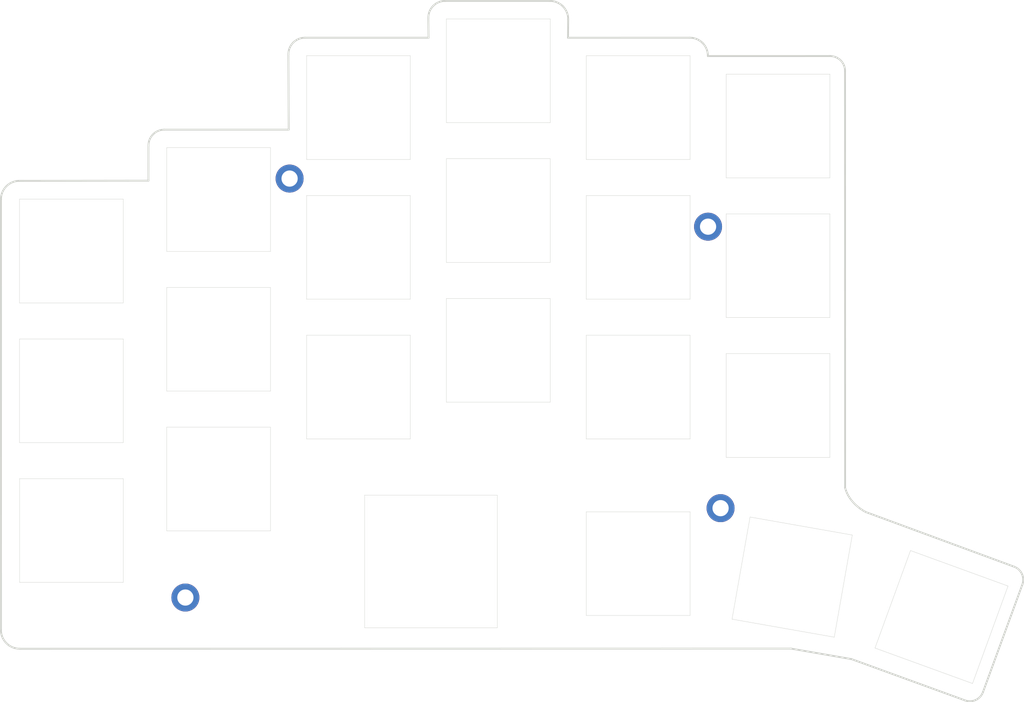
<source format=kicad_pcb>
(kicad_pcb (version 20171130) (host pcbnew "(5.1.10)-1")

  (general
    (thickness 1.6)
    (drawings 216)
    (tracks 0)
    (zones 0)
    (modules 4)
    (nets 1)
  )

  (page A4)
  (layers
    (0 F.Cu signal)
    (31 B.Cu signal)
    (32 B.Adhes user)
    (33 F.Adhes user)
    (34 B.Paste user)
    (35 F.Paste user)
    (36 B.SilkS user)
    (37 F.SilkS user)
    (38 B.Mask user)
    (39 F.Mask user)
    (40 Dwgs.User user)
    (41 Cmts.User user)
    (42 Eco1.User user)
    (43 Eco2.User user)
    (44 Edge.Cuts user)
    (45 Margin user)
    (46 B.CrtYd user)
    (47 F.CrtYd user)
    (48 B.Fab user)
    (49 F.Fab user)
  )

  (setup
    (last_trace_width 0.254)
    (trace_clearance 0.2)
    (zone_clearance 0.508)
    (zone_45_only no)
    (trace_min 0.2)
    (via_size 0.8)
    (via_drill 0.4)
    (via_min_size 0.4)
    (via_min_drill 0.3)
    (uvia_size 0.3)
    (uvia_drill 0.1)
    (uvias_allowed no)
    (uvia_min_size 0.2)
    (uvia_min_drill 0.1)
    (edge_width 0.05)
    (segment_width 0.2)
    (pcb_text_width 0.3)
    (pcb_text_size 1.5 1.5)
    (mod_edge_width 0.12)
    (mod_text_size 1 1)
    (mod_text_width 0.15)
    (pad_size 1.524 1.524)
    (pad_drill 0.762)
    (pad_to_mask_clearance 0)
    (aux_axis_origin 0 0)
    (grid_origin 145.852593 65.458404)
    (visible_elements 7FFFFFFF)
    (pcbplotparams
      (layerselection 0x010fc_ffffffff)
      (usegerberextensions false)
      (usegerberattributes true)
      (usegerberadvancedattributes true)
      (creategerberjobfile true)
      (excludeedgelayer true)
      (linewidth 0.100000)
      (plotframeref false)
      (viasonmask false)
      (mode 1)
      (useauxorigin false)
      (hpglpennumber 1)
      (hpglpenspeed 20)
      (hpglpendiameter 15.000000)
      (psnegative false)
      (psa4output false)
      (plotreference true)
      (plotvalue true)
      (plotinvisibletext false)
      (padsonsilk false)
      (subtractmaskfromsilk false)
      (outputformat 1)
      (mirror false)
      (drillshape 0)
      (scaleselection 1)
      (outputdirectory "gerbers/"))
  )

  (net 0 "")

  (net_class Default "This is the default net class."
    (clearance 0.2)
    (trace_width 0.254)
    (via_dia 0.8)
    (via_drill 0.4)
    (uvia_dia 0.3)
    (uvia_drill 0.1)
  )

  (net_class Power ""
    (clearance 0.2)
    (trace_width 0.381)
    (via_dia 0.8)
    (via_drill 0.4)
    (uvia_dia 0.3)
    (uvia_drill 0.1)
  )

  (module MountingHole:MountingHole_2.2mm_M2_DIN965_Pad (layer F.Cu) (tedit 56D1B4CB) (tstamp 61821F1C)
    (at 56.477588 112.136485)
    (descr "Mounting Hole 2.2mm, M2, DIN965")
    (tags "mounting hole 2.2mm m2 din965")
    (attr virtual)
    (fp_text reference "" (at 0 -4.2) (layer F.SilkS)
      (effects (font (size 1 1) (thickness 0.15)))
    )
    (fp_text value "" (at 0 4.2) (layer F.Fab)
      (effects (font (size 1 1) (thickness 0.15)))
    )
    (fp_circle (center 0 0) (end 1.9 0) (layer Cmts.User) (width 0.15))
    (fp_circle (center 0 0) (end 2.15 0) (layer F.CrtYd) (width 0.05))
    (fp_text user %R (at 0.3 0) (layer F.Fab)
      (effects (font (size 1 1) (thickness 0.15)))
    )
    (pad 1 thru_hole circle (at 0 0) (size 3.8 3.8) (drill 2.2) (layers *.Cu *.Mask))
  )

  (module MountingHole:MountingHole_2.2mm_M2_DIN965_Pad (layer F.Cu) (tedit 56D1B4CB) (tstamp 61821F1C)
    (at 70.637589 55.176487)
    (descr "Mounting Hole 2.2mm, M2, DIN965")
    (tags "mounting hole 2.2mm m2 din965")
    (attr virtual)
    (fp_text reference "" (at 0 -4.2) (layer F.SilkS)
      (effects (font (size 1 1) (thickness 0.15)))
    )
    (fp_text value "" (at 0 4.2) (layer F.Fab)
      (effects (font (size 1 1) (thickness 0.15)))
    )
    (fp_circle (center 0 0) (end 1.9 0) (layer Cmts.User) (width 0.15))
    (fp_circle (center 0 0) (end 2.15 0) (layer F.CrtYd) (width 0.05))
    (fp_text user %R (at 0.3 0) (layer F.Fab)
      (effects (font (size 1 1) (thickness 0.15)))
    )
    (pad 1 thru_hole circle (at 0 0) (size 3.8 3.8) (drill 2.2) (layers *.Cu *.Mask))
  )

  (module MountingHole:MountingHole_2.2mm_M2_DIN965_Pad (layer F.Cu) (tedit 56D1B4CB) (tstamp 61821F1C)
    (at 127.487585 61.716488)
    (descr "Mounting Hole 2.2mm, M2, DIN965")
    (tags "mounting hole 2.2mm m2 din965")
    (attr virtual)
    (fp_text reference "" (at 0 -4.2) (layer F.SilkS)
      (effects (font (size 1 1) (thickness 0.15)))
    )
    (fp_text value "" (at 0 4.2) (layer F.Fab)
      (effects (font (size 1 1) (thickness 0.15)))
    )
    (fp_circle (center 0 0) (end 1.9 0) (layer Cmts.User) (width 0.15))
    (fp_circle (center 0 0) (end 2.15 0) (layer F.CrtYd) (width 0.05))
    (fp_text user %R (at 0.3 0) (layer F.Fab)
      (effects (font (size 1 1) (thickness 0.15)))
    )
    (pad 1 thru_hole circle (at 0 0) (size 3.8 3.8) (drill 2.2) (layers *.Cu *.Mask))
  )

  (module MountingHole:MountingHole_2.2mm_M2_DIN965_Pad (layer F.Cu) (tedit 56D1B4CB) (tstamp 61821E14)
    (at 129.187674 99.986757)
    (descr "Mounting Hole 2.2mm, M2, DIN965")
    (tags "mounting hole 2.2mm m2 din965")
    (attr virtual)
    (fp_text reference "" (at 0 -4.2) (layer F.SilkS)
      (effects (font (size 1 1) (thickness 0.15)))
    )
    (fp_text value "" (at 0 4.2) (layer F.Fab)
      (effects (font (size 1 1) (thickness 0.15)))
    )
    (fp_circle (center 0 0) (end 1.9 0) (layer Cmts.User) (width 0.15))
    (fp_circle (center 0 0) (end 2.15 0) (layer F.CrtYd) (width 0.05))
    (fp_text user %R (at 0.3 0) (layer F.Fab)
      (effects (font (size 1 1) (thickness 0.15)))
    )
    (pad 1 thru_hole circle (at 0 0) (size 3.8 3.8) (drill 2.2) (layers *.Cu *.Mask))
  )

  (gr_line (start 154.989002 105.752329) (end 150.166518 119.001995) (layer Edge.Cuts) (width 0.05) (tstamp 61B3843E))
  (gr_line (start 150.166518 119.001995) (end 163.416184 123.824479) (layer Edge.Cuts) (width 0.05) (tstamp 61B3843D))
  (gr_line (start 168.238668 110.574813) (end 154.989002 105.752329) (layer Edge.Cuts) (width 0.05) (tstamp 61B3843C))
  (gr_line (start 163.416184 123.824479) (end 168.238668 110.574813) (layer Edge.Cuts) (width 0.05) (tstamp 61B3843B))
  (gr_line (start 133.193918 101.19129) (end 130.745479 115.077079) (layer Edge.Cuts) (width 0.05) (tstamp 61B3843E))
  (gr_line (start 130.745479 115.077079) (end 144.631268 117.525518) (layer Edge.Cuts) (width 0.05) (tstamp 61B3843D))
  (gr_line (start 147.079707 103.639729) (end 133.193918 101.19129) (layer Edge.Cuts) (width 0.05) (tstamp 61B3843C))
  (gr_line (start 144.631268 117.525518) (end 147.079707 103.639729) (layer Edge.Cuts) (width 0.05) (tstamp 61B3843B))
  (gr_line (start 129.942593 40.978404) (end 129.942593 55.078404) (layer Edge.Cuts) (width 0.05) (tstamp 61B3843E))
  (gr_line (start 129.942593 55.078404) (end 144.042593 55.078404) (layer Edge.Cuts) (width 0.05) (tstamp 61B3843D))
  (gr_line (start 144.042593 40.978404) (end 129.942593 40.978404) (layer Edge.Cuts) (width 0.05) (tstamp 61B3843C))
  (gr_line (start 144.042593 55.078404) (end 144.042593 40.978404) (layer Edge.Cuts) (width 0.05) (tstamp 61B3843B))
  (gr_line (start 129.942593 59.978404) (end 129.942593 74.078404) (layer Edge.Cuts) (width 0.05) (tstamp 61B3843E))
  (gr_line (start 129.942593 74.078404) (end 144.042593 74.078404) (layer Edge.Cuts) (width 0.05) (tstamp 61B3843D))
  (gr_line (start 144.042593 59.978404) (end 129.942593 59.978404) (layer Edge.Cuts) (width 0.05) (tstamp 61B3843C))
  (gr_line (start 144.042593 74.078404) (end 144.042593 59.978404) (layer Edge.Cuts) (width 0.05) (tstamp 61B3843B))
  (gr_line (start 129.942593 78.978404) (end 129.942593 93.078404) (layer Edge.Cuts) (width 0.05) (tstamp 61B3843E))
  (gr_line (start 129.942593 93.078404) (end 144.042593 93.078404) (layer Edge.Cuts) (width 0.05) (tstamp 61B3843D))
  (gr_line (start 144.042593 78.978404) (end 129.942593 78.978404) (layer Edge.Cuts) (width 0.05) (tstamp 61B3843C))
  (gr_line (start 144.042593 93.078404) (end 144.042593 78.978404) (layer Edge.Cuts) (width 0.05) (tstamp 61B3843B))
  (gr_line (start 110.942593 100.478404) (end 110.942593 114.578404) (layer Edge.Cuts) (width 0.05) (tstamp 61B3843E))
  (gr_line (start 110.942593 114.578404) (end 125.042593 114.578404) (layer Edge.Cuts) (width 0.05) (tstamp 61B3843D))
  (gr_line (start 125.042593 100.478404) (end 110.942593 100.478404) (layer Edge.Cuts) (width 0.05) (tstamp 61B3843C))
  (gr_line (start 125.042593 114.578404) (end 125.042593 100.478404) (layer Edge.Cuts) (width 0.05) (tstamp 61B3843B))
  (gr_line (start 110.942593 76.478404) (end 110.942593 90.578404) (layer Edge.Cuts) (width 0.05) (tstamp 61B3843E))
  (gr_line (start 110.942593 90.578404) (end 125.042593 90.578404) (layer Edge.Cuts) (width 0.05) (tstamp 61B3843D))
  (gr_line (start 125.042593 76.478404) (end 110.942593 76.478404) (layer Edge.Cuts) (width 0.05) (tstamp 61B3843C))
  (gr_line (start 125.042593 90.578404) (end 125.042593 76.478404) (layer Edge.Cuts) (width 0.05) (tstamp 61B3843B))
  (gr_line (start 110.942593 57.478404) (end 110.942593 71.578404) (layer Edge.Cuts) (width 0.05) (tstamp 61B3843E))
  (gr_line (start 110.942593 71.578404) (end 125.042593 71.578404) (layer Edge.Cuts) (width 0.05) (tstamp 61B3843D))
  (gr_line (start 125.042593 57.478404) (end 110.942593 57.478404) (layer Edge.Cuts) (width 0.05) (tstamp 61B3843C))
  (gr_line (start 125.042593 71.578404) (end 125.042593 57.478404) (layer Edge.Cuts) (width 0.05) (tstamp 61B3843B))
  (gr_line (start 110.942593 38.478404) (end 110.942593 52.578404) (layer Edge.Cuts) (width 0.05) (tstamp 61B3843E))
  (gr_line (start 110.942593 52.578404) (end 125.042593 52.578404) (layer Edge.Cuts) (width 0.05) (tstamp 61B3843D))
  (gr_line (start 125.042593 38.478404) (end 110.942593 38.478404) (layer Edge.Cuts) (width 0.05) (tstamp 61B3843C))
  (gr_line (start 125.042593 52.578404) (end 125.042593 38.478404) (layer Edge.Cuts) (width 0.05) (tstamp 61B3843B))
  (gr_line (start 91.942593 33.478404) (end 91.942593 47.578404) (layer Edge.Cuts) (width 0.05) (tstamp 61B3843E))
  (gr_line (start 91.942593 47.578404) (end 106.042593 47.578404) (layer Edge.Cuts) (width 0.05) (tstamp 61B3843D))
  (gr_line (start 106.042593 33.478404) (end 91.942593 33.478404) (layer Edge.Cuts) (width 0.05) (tstamp 61B3843C))
  (gr_line (start 106.042593 47.578404) (end 106.042593 33.478404) (layer Edge.Cuts) (width 0.05) (tstamp 61B3843B))
  (gr_line (start 91.942593 52.478404) (end 91.942593 66.578404) (layer Edge.Cuts) (width 0.05) (tstamp 61B3843E))
  (gr_line (start 91.942593 66.578404) (end 106.042593 66.578404) (layer Edge.Cuts) (width 0.05) (tstamp 61B3843D))
  (gr_line (start 106.042593 52.478404) (end 91.942593 52.478404) (layer Edge.Cuts) (width 0.05) (tstamp 61B3843C))
  (gr_line (start 106.042593 66.578404) (end 106.042593 52.478404) (layer Edge.Cuts) (width 0.05) (tstamp 61B3843B))
  (gr_line (start 91.942593 71.478404) (end 91.942593 85.578404) (layer Edge.Cuts) (width 0.05) (tstamp 61B3843E))
  (gr_line (start 91.942593 85.578404) (end 106.042593 85.578404) (layer Edge.Cuts) (width 0.05) (tstamp 61B3843D))
  (gr_line (start 106.042593 71.478404) (end 91.942593 71.478404) (layer Edge.Cuts) (width 0.05) (tstamp 61B3843C))
  (gr_line (start 106.042593 85.578404) (end 106.042593 71.478404) (layer Edge.Cuts) (width 0.05) (tstamp 61B3843B))
  (gr_line (start 72.942593 76.478404) (end 72.942593 90.578404) (layer Edge.Cuts) (width 0.05) (tstamp 61B3843E))
  (gr_line (start 72.942593 90.578404) (end 87.042593 90.578404) (layer Edge.Cuts) (width 0.05) (tstamp 61B3843D))
  (gr_line (start 87.042593 76.478404) (end 72.942593 76.478404) (layer Edge.Cuts) (width 0.05) (tstamp 61B3843C))
  (gr_line (start 87.042593 90.578404) (end 87.042593 76.478404) (layer Edge.Cuts) (width 0.05) (tstamp 61B3843B))
  (gr_line (start 72.942593 57.478404) (end 72.942593 71.578404) (layer Edge.Cuts) (width 0.05) (tstamp 61B3843E))
  (gr_line (start 72.942593 71.578404) (end 87.042593 71.578404) (layer Edge.Cuts) (width 0.05) (tstamp 61B3843D))
  (gr_line (start 87.042593 57.478404) (end 72.942593 57.478404) (layer Edge.Cuts) (width 0.05) (tstamp 61B3843C))
  (gr_line (start 87.042593 71.578404) (end 87.042593 57.478404) (layer Edge.Cuts) (width 0.05) (tstamp 61B3843B))
  (gr_line (start 72.942593 38.478404) (end 72.942593 52.578404) (layer Edge.Cuts) (width 0.05) (tstamp 61B3843E))
  (gr_line (start 72.942593 52.578404) (end 87.042593 52.578404) (layer Edge.Cuts) (width 0.05) (tstamp 61B3843D))
  (gr_line (start 87.042593 38.478404) (end 72.942593 38.478404) (layer Edge.Cuts) (width 0.05) (tstamp 61B3843C))
  (gr_line (start 87.042593 52.578404) (end 87.042593 38.478404) (layer Edge.Cuts) (width 0.05) (tstamp 61B3843B))
  (gr_line (start 53.942593 88.978404) (end 53.942593 103.078404) (layer Edge.Cuts) (width 0.05) (tstamp 61B3843E))
  (gr_line (start 53.942593 103.078404) (end 68.042593 103.078404) (layer Edge.Cuts) (width 0.05) (tstamp 61B3843D))
  (gr_line (start 68.042593 88.978404) (end 53.942593 88.978404) (layer Edge.Cuts) (width 0.05) (tstamp 61B3843C))
  (gr_line (start 68.042593 103.078404) (end 68.042593 88.978404) (layer Edge.Cuts) (width 0.05) (tstamp 61B3843B))
  (gr_line (start 53.942593 69.978404) (end 53.942593 84.078404) (layer Edge.Cuts) (width 0.05) (tstamp 61B3843E))
  (gr_line (start 53.942593 84.078404) (end 68.042593 84.078404) (layer Edge.Cuts) (width 0.05) (tstamp 61B3843D))
  (gr_line (start 68.042593 69.978404) (end 53.942593 69.978404) (layer Edge.Cuts) (width 0.05) (tstamp 61B3843C))
  (gr_line (start 68.042593 84.078404) (end 68.042593 69.978404) (layer Edge.Cuts) (width 0.05) (tstamp 61B3843B))
  (gr_line (start 53.942593 50.978404) (end 53.942593 65.078404) (layer Edge.Cuts) (width 0.05) (tstamp 61B3843E))
  (gr_line (start 53.942593 65.078404) (end 68.042593 65.078404) (layer Edge.Cuts) (width 0.05) (tstamp 61B3843D))
  (gr_line (start 68.042593 50.978404) (end 53.942593 50.978404) (layer Edge.Cuts) (width 0.05) (tstamp 61B3843C))
  (gr_line (start 68.042593 65.078404) (end 68.042593 50.978404) (layer Edge.Cuts) (width 0.05) (tstamp 61B3843B))
  (gr_line (start 33.942593 57.978404) (end 33.942593 72.078404) (layer Edge.Cuts) (width 0.05) (tstamp 61B3843E))
  (gr_line (start 33.942593 72.078404) (end 48.042593 72.078404) (layer Edge.Cuts) (width 0.05) (tstamp 61B3843D))
  (gr_line (start 48.042593 57.978404) (end 33.942593 57.978404) (layer Edge.Cuts) (width 0.05) (tstamp 61B3843C))
  (gr_line (start 48.042593 72.078404) (end 48.042593 57.978404) (layer Edge.Cuts) (width 0.05) (tstamp 61B3843B))
  (gr_line (start 33.942593 76.978404) (end 33.942593 91.078404) (layer Edge.Cuts) (width 0.05) (tstamp 61B3843E))
  (gr_line (start 33.942593 91.078404) (end 48.042593 91.078404) (layer Edge.Cuts) (width 0.05) (tstamp 61B3843D))
  (gr_line (start 48.042593 76.978404) (end 33.942593 76.978404) (layer Edge.Cuts) (width 0.05) (tstamp 61B3843C))
  (gr_line (start 48.042593 91.078404) (end 48.042593 76.978404) (layer Edge.Cuts) (width 0.05) (tstamp 61B3843B))
  (gr_line (start 48.052593 95.978404) (end 33.952593 95.978404) (layer Edge.Cuts) (width 0.05) (tstamp 61B38432))
  (gr_line (start 48.052593 110.078404) (end 48.052593 95.978404) (layer Edge.Cuts) (width 0.05))
  (gr_line (start 33.952593 110.078404) (end 48.052593 110.078404) (layer Edge.Cuts) (width 0.05))
  (gr_line (start 33.952593 95.978404) (end 33.952593 110.078404) (layer Edge.Cuts) (width 0.05))
  (gr_line (start 98.862593 98.224404) (end 80.828593 98.224404) (layer Edge.Cuts) (width 0.05) (tstamp 61B38410))
  (gr_line (start 98.862593 116.258404) (end 98.862593 98.224404) (layer Edge.Cuts) (width 0.05))
  (gr_line (start 80.828593 116.258404) (end 98.862593 116.258404) (layer Edge.Cuts) (width 0.05))
  (gr_line (start 80.828593 98.224404) (end 80.828593 116.258404) (layer Edge.Cuts) (width 0.05))
  (gr_curve (pts (xy 148.900593 100.510404) (xy 147.62539 99.825266) (xy 146.480177 98.679288) (xy 146.106593 97.208404)) (layer Edge.Cuts) (width 0.25) (tstamp 61B37F8D))
  (gr_curve (pts (xy 45.956993 114.572987) (xy 45.931593 114.634371) (xy 45.906193 114.697871) (xy 45.887143 114.761371)) (layer F.SilkS) (width 0.00192))
  (gr_curve (pts (xy 44.97486 116.406021) (xy 44.553643 116.617687) (xy 43.817043 116.566887) (xy 43.37466 116.010204)) (layer F.SilkS) (width 0.00192))
  (gr_curve (pts (xy 42.32056 115.174121) (xy 42.324793 115.88532) (xy 41.759643 116.490687) (xy 41.046326 116.535137)) (layer F.SilkS) (width 0.00192))
  (gr_curve (pts (xy 46.534843 113.825804) (xy 46.699943 113.770771) (xy 46.869276 113.743254) (xy 47.042843 113.760187)) (layer F.SilkS) (width 0.00192))
  (gr_curve (pts (xy 45.899843 115.989037) (xy 45.497676 115.470454) (xy 45.52731 114.807937) (xy 45.840576 114.354971)) (layer F.SilkS) (width 0.00192))
  (gr_curve (pts (xy 39.579476 115.267254) (xy 39.524443 114.473504) (xy 40.140393 113.836387) (xy 40.87276 113.796171)) (layer F.SilkS) (width 0.00192))
  (gr_curve (pts (xy 45.887143 114.761371) (xy 45.868093 114.829104) (xy 45.855393 114.898954) (xy 45.84481 114.966687)) (layer F.SilkS) (width 0.00192))
  (gr_curve (pts (xy 46.481926 113.976087) (xy 46.424776 114.012071) (xy 46.369743 114.050171) (xy 46.318943 114.094621)) (layer F.SilkS) (width 0.00192))
  (gr_curve (pts (xy 38.512676 116.048304) (xy 38.04066 116.624037) (xy 37.299826 116.638854) (xy 36.933643 116.448354)) (layer F.SilkS) (width 0.00192))
  (gr_curve (pts (xy 43.37466 116.010204) (xy 42.951326 115.476804) (xy 42.985193 114.729621) (xy 43.41911 114.238554)) (layer F.SilkS) (width 0.00192))
  (gr_curve (pts (xy 46.668193 113.878721) (xy 46.604693 113.910471) (xy 46.541193 113.940104) (xy 46.481926 113.976087)) (layer F.SilkS) (width 0.00192))
  (gr_curve (pts (xy 36.933643 116.448354) (xy 36.937876 116.427187) (xy 36.95481 116.420837) (xy 36.971743 116.410254)) (layer F.SilkS) (width 0.00192))
  (gr_curve (pts (xy 43.41911 114.238554) (xy 43.88901 113.707271) (xy 44.61291 113.703037) (xy 44.960043 113.893537)) (layer F.SilkS) (width 0.00192))
  (gr_curve (pts (xy 40.87276 113.796171) (xy 41.61571 113.753837) (xy 42.322676 114.342271) (xy 42.32056 115.174121)) (layer F.SilkS) (width 0.00192))
  (gr_curve (pts (xy 41.046326 116.535137) (xy 40.210243 116.590171) (xy 39.623926 115.940354) (xy 39.579476 115.267254)) (layer F.SilkS) (width 0.00192))
  (gr_curve (pts (xy 44.80976 113.999371) (xy 44.602326 114.156004) (xy 44.46686 114.363437) (xy 44.40336 114.613204)) (layer F.SilkS) (width 0.00192))
  (gr_curve (pts (xy 34.819093 113.823687) (xy 34.96726 113.791937) (xy 35.109077 113.815221) (xy 35.250893 113.851204)) (layer F.SilkS) (width 0.00192))
  (gr_line (start 36.933643 116.448354) (end 36.933643 116.448354) (layer F.SilkS) (width 0.00192))
  (gr_line (start 44.960043 113.893537) (end 44.960043 113.893537) (layer F.SilkS) (width 0.00192))
  (gr_curve (pts (xy 37.464926 114.594154) (xy 37.382376 114.333804) (xy 37.21516 114.134837) (xy 36.99291 113.982437)) (layer F.SilkS) (width 0.00192))
  (gr_curve (pts (xy 44.424526 115.743504) (xy 44.49861 115.978454) (xy 44.640426 116.166837) (xy 44.839393 116.310771)) (layer F.SilkS) (width 0.00192))
  (gr_curve (pts (xy 35.725026 114.312637) (xy 35.490076 114.033237) (xy 35.181043 113.876604) (xy 34.819093 113.823687)) (layer F.SilkS) (width 0.00192))
  (gr_curve (pts (xy 45.84481 114.966687) (xy 45.834226 115.034421) (xy 45.834226 115.100037) (xy 45.83846 115.16777)) (layer F.SilkS) (width 0.00192))
  (gr_curve (pts (xy 46.052243 114.395187) (xy 46.014143 114.450221) (xy 45.982393 114.509487) (xy 45.956993 114.572987)) (layer F.SilkS) (width 0.00192))
  (gr_curve (pts (xy 46.17501 114.236437) (xy 46.13056 114.287237) (xy 46.090343 114.342271) (xy 46.052243 114.395187)) (layer F.SilkS) (width 0.00192))
  (gr_curve (pts (xy 47.042843 113.760187) (xy 46.98781 113.800404) (xy 46.920076 113.794054) (xy 46.858693 113.813104)) (layer F.SilkS) (width 0.00192))
  (gr_curve (pts (xy 36.92306 113.927404) (xy 37.276543 113.73902) (xy 37.998326 113.732671) (xy 38.48516 114.291471)) (layer F.SilkS) (width 0.00192))
  (gr_curve (pts (xy 45.840576 114.354971) (xy 46.014143 114.103087) (xy 46.24486 113.923171) (xy 46.534843 113.825804)) (layer F.SilkS) (width 0.00192))
  (gr_curve (pts (xy 44.839393 116.310771) (xy 44.881726 116.342521) (xy 44.928293 116.372154) (xy 44.97486 116.406021)) (layer F.SilkS) (width 0.00192))
  (gr_curve (pts (xy 44.40336 114.613204) (xy 44.30811 114.992087) (xy 44.30811 115.368854) (xy 44.424526 115.743504)) (layer F.SilkS) (width 0.00192))
  (gr_curve (pts (xy 47.072476 116.488571) (xy 46.74651 116.562654) (xy 46.20676 116.386971) (xy 45.899843 115.989037)) (layer F.SilkS) (width 0.00192))
  (gr_curve (pts (xy 37.51361 115.608037) (xy 37.57711 115.267254) (xy 37.57076 114.926471) (xy 37.464926 114.594154)) (layer F.SilkS) (width 0.00192))
  (gr_line (start 42.32056 115.174121) (end 42.32056 115.174121) (layer F.SilkS) (width 0.00192))
  (gr_line (start 34.83391 116.547837) (end 34.83391 116.547837) (layer F.SilkS) (width 0.00192))
  (gr_curve (pts (xy 34.83391 116.547837) (xy 35.661526 116.422954) (xy 36.01501 115.771021) (xy 36.04676 115.288421)) (layer F.SilkS) (width 0.00192))
  (gr_curve (pts (xy 45.85751 115.368854) (xy 45.96546 115.931887) (xy 46.39726 116.401787) (xy 47.072476 116.488571)) (layer F.SilkS) (width 0.00192))
  (gr_curve (pts (xy 46.318943 114.094621) (xy 46.268143 114.13907) (xy 46.21946 114.185637) (xy 46.17501 114.236437)) (layer F.SilkS) (width 0.00192))
  (gr_curve (pts (xy 44.960043 113.893537) (xy 44.90501 113.931637) (xy 44.856326 113.963387) (xy 44.80976 113.999371)) (layer F.SilkS) (width 0.00192))
  (gr_curve (pts (xy 45.83846 115.16777) (xy 45.842693 115.235504) (xy 45.84481 115.303237) (xy 45.85751 115.368854)) (layer F.SilkS) (width 0.00192))
  (gr_curve (pts (xy 38.48516 114.291471) (xy 38.908493 114.778304) (xy 38.921193 115.544537) (xy 38.512676 116.048304)) (layer F.SilkS) (width 0.00192))
  (gr_line (start 47.072476 116.488571) (end 47.072476 116.488571) (layer F.SilkS) (width 0.00192))
  (gr_curve (pts (xy 36.99291 113.982437) (xy 36.969626 113.965504) (xy 36.937876 113.957037) (xy 36.92306 113.927404)) (layer F.SilkS) (width 0.00192))
  (gr_curve (pts (xy 46.858693 113.813104) (xy 46.795193 113.834271) (xy 46.729576 113.849087) (xy 46.668193 113.878721)) (layer F.SilkS) (width 0.00192))
  (gr_curve (pts (xy 36.006543 116.018671) (xy 35.67846 116.463171) (xy 35.11331 116.621921) (xy 34.83391 116.547837)) (layer F.SilkS) (width 0.00192))
  (gr_curve (pts (xy 36.971743 116.410254) (xy 37.27866 116.228221) (xy 37.45011 115.950937) (xy 37.51361 115.608037)) (layer F.SilkS) (width 0.00192))
  (gr_curve (pts (xy 36.04676 115.288421) (xy 36.070043 114.920121) (xy 35.962093 114.592037) (xy 35.725026 114.312637)) (layer F.SilkS) (width 0.00192))
  (gr_curve (pts (xy 35.98326 114.325337) (xy 36.374843 114.814287) (xy 36.391776 115.502204) (xy 36.006543 116.018671)) (layer F.SilkS) (width 0.00192))
  (gr_curve (pts (xy 35.250893 113.851204) (xy 35.547226 113.927404) (xy 35.79276 114.086154) (xy 35.98326 114.325337)) (layer F.SilkS) (width 0.00192))
  (gr_curve (pts (xy 45.910426 115.997504) (xy 45.508259 115.478921) (xy 45.537893 114.816404) (xy 45.851159 114.363438)) (layer B.SilkS) (width 0.00192))
  (gr_curve (pts (xy 44.970626 113.902004) (xy 44.915593 113.940104) (xy 44.866909 113.971854) (xy 44.820343 114.007838)) (layer B.SilkS) (width 0.00192))
  (gr_curve (pts (xy 35.735609 114.321104) (xy 35.500659 114.041704) (xy 35.191626 113.885071) (xy 34.829676 113.832154)) (layer B.SilkS) (width 0.00192))
  (gr_curve (pts (xy 46.545426 113.834271) (xy 46.710526 113.779238) (xy 46.879859 113.751721) (xy 47.053426 113.768654)) (layer B.SilkS) (width 0.00192))
  (gr_curve (pts (xy 36.944226 116.456821) (xy 36.948459 116.435654) (xy 36.965393 116.429304) (xy 36.982326 116.418721)) (layer B.SilkS) (width 0.00192))
  (gr_curve (pts (xy 46.329526 114.103088) (xy 46.278726 114.147537) (xy 46.230043 114.194104) (xy 46.185593 114.244904)) (layer B.SilkS) (width 0.00192))
  (gr_curve (pts (xy 36.982326 116.418721) (xy 37.289243 116.236688) (xy 37.460693 115.959404) (xy 37.524193 115.616504)) (layer B.SilkS) (width 0.00192))
  (gr_curve (pts (xy 46.492509 113.984554) (xy 46.435359 114.020538) (xy 46.380326 114.058638) (xy 46.329526 114.103088)) (layer B.SilkS) (width 0.00192))
  (gr_line (start 42.331143 115.182588) (end 42.331143 115.182588) (layer B.SilkS) (width 0.00192))
  (gr_line (start 36.944226 116.456821) (end 36.944226 116.456821) (layer B.SilkS) (width 0.00192))
  (gr_curve (pts (xy 47.053426 113.768654) (xy 46.998393 113.808871) (xy 46.930659 113.802521) (xy 46.869276 113.821571)) (layer B.SilkS) (width 0.00192))
  (gr_curve (pts (xy 41.056909 116.543604) (xy 40.220826 116.598638) (xy 39.634509 115.948821) (xy 39.590059 115.275721)) (layer B.SilkS) (width 0.00192))
  (gr_curve (pts (xy 44.985443 116.414488) (xy 44.564226 116.626154) (xy 43.827626 116.575354) (xy 43.385243 116.018671)) (layer B.SilkS) (width 0.00192))
  (gr_line (start 34.844493 116.556304) (end 34.844493 116.556304) (layer B.SilkS) (width 0.00192))
  (gr_curve (pts (xy 36.057343 115.296888) (xy 36.080626 114.928588) (xy 35.972676 114.600504) (xy 35.735609 114.321104)) (layer B.SilkS) (width 0.00192))
  (gr_curve (pts (xy 45.851159 114.363438) (xy 46.024726 114.111554) (xy 46.255443 113.931638) (xy 46.545426 113.834271)) (layer B.SilkS) (width 0.00192))
  (gr_curve (pts (xy 44.849976 116.319238) (xy 44.892309 116.350988) (xy 44.938876 116.380621) (xy 44.985443 116.414488)) (layer B.SilkS) (width 0.00192))
  (gr_curve (pts (xy 45.855393 114.975154) (xy 45.844809 115.042888) (xy 45.844809 115.108504) (xy 45.849043 115.176237)) (layer B.SilkS) (width 0.00192))
  (gr_curve (pts (xy 46.678776 113.887188) (xy 46.615276 113.918938) (xy 46.551776 113.948571) (xy 46.492509 113.984554)) (layer B.SilkS) (width 0.00192))
  (gr_curve (pts (xy 38.495743 114.299938) (xy 38.919076 114.786771) (xy 38.931776 115.553004) (xy 38.523259 116.056771)) (layer B.SilkS) (width 0.00192))
  (gr_curve (pts (xy 35.261476 113.859671) (xy 35.557809 113.935871) (xy 35.803343 114.094621) (xy 35.993843 114.333804)) (layer B.SilkS) (width 0.00192))
  (gr_curve (pts (xy 45.868093 115.377321) (xy 45.976043 115.940354) (xy 46.407843 116.410254) (xy 47.083059 116.497038)) (layer B.SilkS) (width 0.00192))
  (gr_line (start 44.970626 113.902004) (end 44.970626 113.902004) (layer B.SilkS) (width 0.00192))
  (gr_curve (pts (xy 46.062826 114.403654) (xy 46.024726 114.458688) (xy 45.992976 114.517954) (xy 45.967576 114.581454)) (layer B.SilkS) (width 0.00192))
  (gr_curve (pts (xy 39.590059 115.275721) (xy 39.535026 114.481971) (xy 40.150976 113.844854) (xy 40.883343 113.804638)) (layer B.SilkS) (width 0.00192))
  (gr_curve (pts (xy 40.883343 113.804638) (xy 41.626293 113.762304) (xy 42.333259 114.350738) (xy 42.331143 115.182588)) (layer B.SilkS) (width 0.00192))
  (gr_curve (pts (xy 37.475509 114.602621) (xy 37.392959 114.342271) (xy 37.225743 114.143304) (xy 37.003493 113.990904)) (layer B.SilkS) (width 0.00192))
  (gr_curve (pts (xy 43.429693 114.247021) (xy 43.899593 113.715738) (xy 44.623493 113.711504) (xy 44.970626 113.902004)) (layer B.SilkS) (width 0.00192))
  (gr_curve (pts (xy 35.993843 114.333804) (xy 36.385426 114.822754) (xy 36.402359 115.510671) (xy 36.017126 116.027138)) (layer B.SilkS) (width 0.00192))
  (gr_curve (pts (xy 44.413943 114.621671) (xy 44.318693 115.000554) (xy 44.318693 115.377321) (xy 44.435109 115.751971)) (layer B.SilkS) (width 0.00192))
  (gr_curve (pts (xy 44.820343 114.007838) (xy 44.612909 114.164471) (xy 44.477443 114.371904) (xy 44.413943 114.621671)) (layer B.SilkS) (width 0.00192))
  (gr_curve (pts (xy 47.083059 116.497038) (xy 46.757093 116.571121) (xy 46.217343 116.395438) (xy 45.910426 115.997504)) (layer B.SilkS) (width 0.00192))
  (gr_curve (pts (xy 46.869276 113.821571) (xy 46.805776 113.842738) (xy 46.740159 113.857554) (xy 46.678776 113.887188)) (layer B.SilkS) (width 0.00192))
  (gr_line (start 47.083059 116.497038) (end 47.083059 116.497038) (layer B.SilkS) (width 0.00192))
  (gr_curve (pts (xy 45.849043 115.176237) (xy 45.853276 115.243971) (xy 45.855393 115.311704) (xy 45.868093 115.377321)) (layer B.SilkS) (width 0.00192))
  (gr_curve (pts (xy 45.897726 114.769838) (xy 45.878676 114.837571) (xy 45.865976 114.907421) (xy 45.855393 114.975154)) (layer B.SilkS) (width 0.00192))
  (gr_curve (pts (xy 42.331143 115.182588) (xy 42.335376 115.893787) (xy 41.770226 116.499154) (xy 41.056909 116.543604)) (layer B.SilkS) (width 0.00192))
  (gr_curve (pts (xy 45.967576 114.581454) (xy 45.942176 114.642838) (xy 45.916776 114.706338) (xy 45.897726 114.769838)) (layer B.SilkS) (width 0.00192))
  (gr_curve (pts (xy 46.185593 114.244904) (xy 46.141143 114.295704) (xy 46.100926 114.350738) (xy 46.062826 114.403654)) (layer B.SilkS) (width 0.00192))
  (gr_curve (pts (xy 36.933643 113.935871) (xy 37.287126 113.747487) (xy 38.008909 113.741138) (xy 38.495743 114.299938)) (layer B.SilkS) (width 0.00192))
  (gr_curve (pts (xy 43.385243 116.018671) (xy 42.961909 115.485271) (xy 42.995776 114.738088) (xy 43.429693 114.247021)) (layer B.SilkS) (width 0.00192))
  (gr_curve (pts (xy 44.435109 115.751971) (xy 44.509193 115.986921) (xy 44.651009 116.175304) (xy 44.849976 116.319238)) (layer B.SilkS) (width 0.00192))
  (gr_curve (pts (xy 38.523259 116.056771) (xy 38.051243 116.632504) (xy 37.310409 116.647321) (xy 36.944226 116.456821)) (layer B.SilkS) (width 0.00192))
  (gr_curve (pts (xy 37.003493 113.990904) (xy 36.980209 113.973971) (xy 36.948459 113.965504) (xy 36.933643 113.935871)) (layer B.SilkS) (width 0.00192))
  (gr_curve (pts (xy 37.524193 115.616504) (xy 37.587693 115.275721) (xy 37.581343 114.934938) (xy 37.475509 114.602621)) (layer B.SilkS) (width 0.00192))
  (gr_curve (pts (xy 34.829676 113.832154) (xy 34.977843 113.800404) (xy 35.11966 113.823688) (xy 35.261476 113.859671)) (layer B.SilkS) (width 0.00192))
  (gr_curve (pts (xy 36.017126 116.027138) (xy 35.689043 116.471638) (xy 35.123893 116.630388) (xy 34.844493 116.556304)) (layer B.SilkS) (width 0.00192))
  (gr_curve (pts (xy 34.844493 116.556304) (xy 35.672109 116.431421) (xy 36.025593 115.779488) (xy 36.057343 115.296888)) (layer B.SilkS) (width 0.00192))
  (gr_line (start 127.462596 38.525458) (end 144.074593 38.521704) (layer Edge.Cuts) (width 0.25) (tstamp 61A1B152))
  (gr_curve (pts (xy 33.976667 119.098131) (xy 32.56339 119.097266) (xy 31.418177 117.951288) (xy 31.418282 116.538009)) (layer Edge.Cuts) (width 0.25) (tstamp 61A1B14B))
  (gr_line (start 162.413393 126.126304) (end 146.983414 120.510248) (layer Edge.Cuts) (width 0.25) (tstamp 61A1B14A))
  (gr_line (start 146.983414 120.510248) (end 138.740593 119.076352) (layer Edge.Cuts) (width 0.25) (tstamp 61A1B148))
  (gr_line (start 31.418282 116.538009) (end 31.422229 57.997936) (layer Edge.Cuts) (width 0.25) (tstamp 61A1B147))
  (gr_line (start 138.740593 119.076352) (end 33.976667 119.098131) (layer Edge.Cuts) (width 0.25) (tstamp 61A1B146))
  (gr_curve (pts (xy 31.422229 57.997936) (xy 31.422323 56.612882) (xy 32.543542 55.489274) (xy 33.928589 55.486229)) (layer Edge.Cuts) (width 0.25) (tstamp 61A1B141))
  (gr_line (start 89.511871 36.027018) (end 89.484135 33.331526) (layer Edge.Cuts) (width 0.25) (tstamp 61A1B13F))
  (gr_line (start 70.511889 48.525643) (end 70.471881 38.284649) (layer Edge.Cuts) (width 0.25) (tstamp 61A1B13E))
  (gr_curve (pts (xy 106.005278 31.025537) (xy 106.667658 31.025516) (xy 107.30254 31.290364) (xy 107.768538 31.761096)) (layer Edge.Cuts) (width 0.25) (tstamp 61A1B13D))
  (gr_line (start 51.459396 55.458404) (end 51.460425 50.682975) (layer Edge.Cuts) (width 0.25) (tstamp 61A1B13C))
  (gr_curve (pts (xy 126.761564 36.762361) (xy 127.222694 37.232854) (xy 127.475073 37.869129) (xy 127.461814 38.527787)) (layer Edge.Cuts) (width 0.25) (tstamp 61A1B13B))
  (gr_line (start 72.720645 36.027071) (end 89.511871 36.027018) (layer Edge.Cuts) (width 0.25) (tstamp 61A1B13A))
  (gr_curve (pts (xy 71.127405 36.688835) (xy 71.549388 36.265206) (xy 72.122705 36.027067) (xy 72.720645 36.027071)) (layer Edge.Cuts) (width 0.25) (tstamp 61A1B139))
  (gr_line (start 91.765892 31.026073) (end 106.005278 31.025537) (layer Edge.Cuts) (width 0.25) (tstamp 61A1B136))
  (gr_curve (pts (xy 51.460425 50.682975) (xy 51.46053 49.491857) (xy 52.426121 48.526319) (xy 53.617224 48.526272)) (layer Edge.Cuts) (width 0.25) (tstamp 61A1B135))
  (gr_line (start 33.928589 55.486229) (end 51.459396 55.458404) (layer Edge.Cuts) (width 0.25) (tstamp 61A1B134))
  (gr_line (start 108.486229 33.531712) (end 108.460889 36.027407) (layer Edge.Cuts) (width 0.25) (tstamp 61A1B132))
  (gr_curve (pts (xy 125.010556 36.02679) (xy 125.669347 36.026759) (xy 126.300428 36.291867) (xy 126.761564 36.762361)) (layer Edge.Cuts) (width 0.25) (tstamp 61A1B131))
  (gr_curve (pts (xy 107.768538 31.761096) (xy 108.234539 32.231831) (xy 108.492955 32.869372) (xy 108.486229 33.531712)) (layer Edge.Cuts) (width 0.25) (tstamp 61A1B130))
  (gr_curve (pts (xy 90.144071 31.702802) (xy 90.572656 31.269764) (xy 91.156625 31.026097) (xy 91.765892 31.026073)) (layer Edge.Cuts) (width 0.25) (tstamp 61A1B12F))
  (gr_curve (pts (xy 70.471881 38.284649) (xy 70.469542 37.686721) (xy 70.705435 37.112471) (xy 71.127405 36.688835)) (layer Edge.Cuts) (width 0.25) (tstamp 61A1B12E))
  (gr_line (start 108.460889 36.027407) (end 125.010556 36.02679) (layer Edge.Cuts) (width 0.25) (tstamp 61A1B12D))
  (gr_curve (pts (xy 89.484135 33.331526) (xy 89.477863 32.722285) (xy 89.715482 32.135838) (xy 90.144071 31.702802)) (layer Edge.Cuts) (width 0.25) (tstamp 61A1B12C))
  (gr_line (start 53.617224 48.526272) (end 70.511889 48.525643) (layer Edge.Cuts) (width 0.25) (tstamp 61A1B12B))
  (gr_line (start 169.055493 107.939904) (end 148.900593 100.510404) (layer Edge.Cuts) (width 0.25))
  (gr_line (start 164.836161 124.9926) (end 170.189197 110.362672) (layer Edge.Cuts) (width 0.25) (tstamp 61A1D0DF))
  (gr_curve (pts (xy 169.055493 107.939904) (xy 170.036565 108.296985) (xy 170.543651 109.380647) (xy 170.189197 110.362672)) (layer Edge.Cuts) (width 0.25) (tstamp 61A1D0C8))
  (gr_curve (pts (xy 164.836161 124.9926) (xy 164.47908 125.973672) (xy 163.395418 126.480758) (xy 162.413393 126.126304)) (layer Edge.Cuts) (width 0.25) (tstamp 61A1D0C8))
  (gr_curve (pts (xy 144.074593 38.521704) (xy 145.198592 38.521704) (xy 146.109796 39.432842) (xy 146.096972 40.572992)) (layer Edge.Cuts) (width 0.25))
  (gr_line (start 146.096972 40.572992) (end 146.106593 97.208404) (layer Edge.Cuts) (width 0.25))

)

</source>
